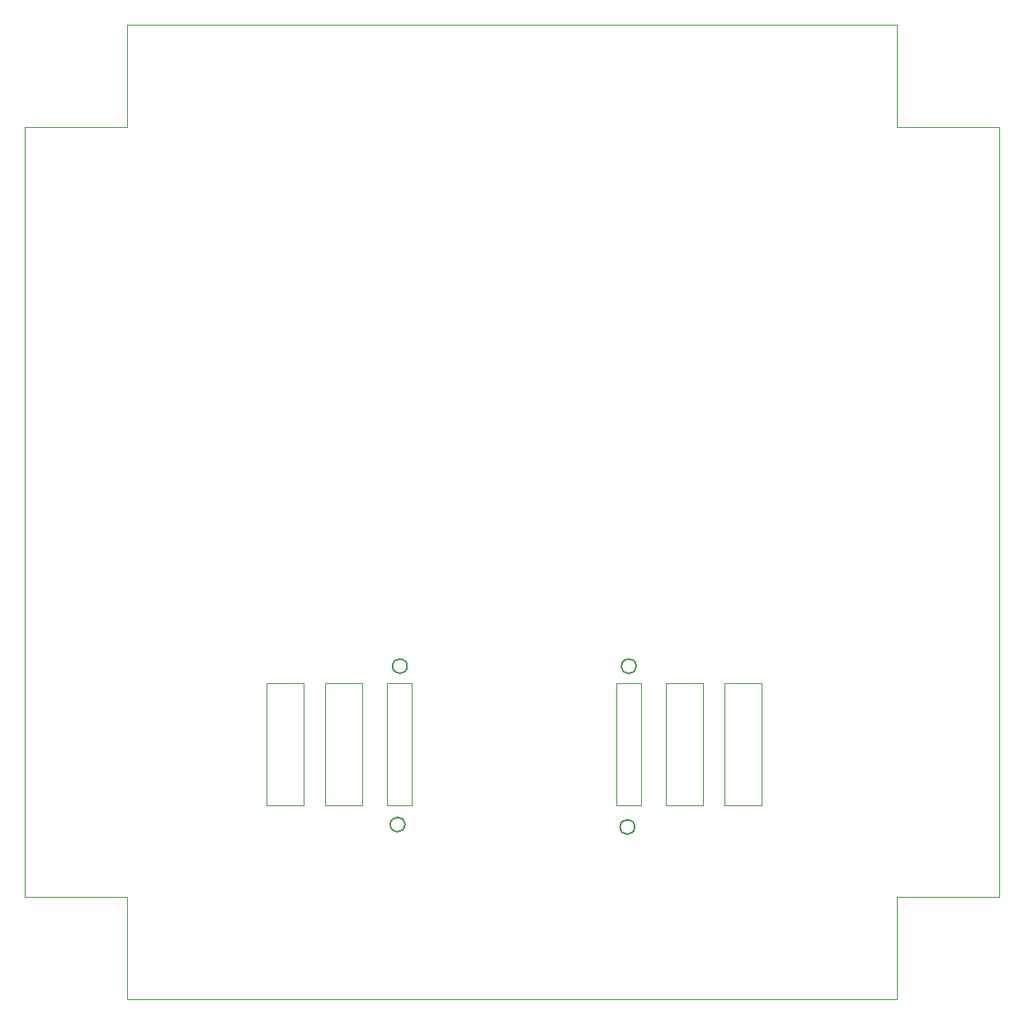
<source format=gbr>
%TF.GenerationSoftware,KiCad,Pcbnew,9.0.0*%
%TF.CreationDate,2025-04-17T17:25:07-07:00*%
%TF.ProjectId,antenna_top_cap_v2a,616e7465-6e6e-4615-9f74-6f705f636170,rev?*%
%TF.SameCoordinates,Original*%
%TF.FileFunction,Profile,NP*%
%FSLAX46Y46*%
G04 Gerber Fmt 4.6, Leading zero omitted, Abs format (unit mm)*
G04 Created by KiCad (PCBNEW 9.0.0) date 2025-04-17 17:25:07*
%MOMM*%
%LPD*%
G01*
G04 APERTURE LIST*
%TA.AperFunction,Profile*%
%ADD10C,0.100000*%
%TD*%
%TA.AperFunction,Profile*%
%ADD11C,0.050000*%
%TD*%
%TA.AperFunction,Profile*%
%ADD12C,0.150000*%
%TD*%
G04 APERTURE END LIST*
D10*
X126046200Y-62217200D02*
X140645800Y-62217200D01*
D11*
X126046200Y-162217200D02*
X126046200Y-151717200D01*
X205046200Y-62217200D02*
X205046200Y-72717200D01*
D10*
X205046200Y-162217200D02*
X126046200Y-162217200D01*
D11*
X126046200Y-72717200D02*
X126046200Y-62217200D01*
X215546200Y-151717200D02*
X205046200Y-151717200D01*
X205046200Y-72717200D02*
X215546200Y-72717200D01*
X126046200Y-151717200D02*
X115546200Y-151717200D01*
D10*
X205046200Y-62217200D02*
X151845800Y-62217200D01*
X215546200Y-72717200D02*
X215546200Y-151717200D01*
D11*
X205046200Y-151717200D02*
X205046200Y-162217200D01*
D10*
X115546200Y-72717200D02*
X115546200Y-151717200D01*
X140638300Y-62219400D02*
X151845800Y-62217200D01*
D11*
X115546200Y-72717200D02*
X126046200Y-72717200D01*
%TO.C,J6*%
X140305400Y-142297000D02*
X144129600Y-142297000D01*
X140319600Y-129797000D02*
X140305400Y-142297000D01*
X144129600Y-129801800D02*
X140319600Y-129797000D01*
X144129600Y-142297000D02*
X144129600Y-129801800D01*
X146379600Y-142299400D02*
X150203800Y-142299400D01*
X146393800Y-129799400D02*
X146379600Y-142299400D01*
X150203800Y-129804200D02*
X146393800Y-129799400D01*
X150203800Y-142299400D02*
X150203800Y-129804200D01*
X152743800Y-129799400D02*
X155283800Y-129799400D01*
X152743800Y-142299400D02*
X152743800Y-129799400D01*
X155283800Y-129799400D02*
X155283800Y-142299400D01*
X155283800Y-142299400D02*
X152743800Y-142299400D01*
X176205800Y-129799400D02*
X176205800Y-142299400D01*
X176205800Y-142299400D02*
X178745800Y-142299400D01*
X178745800Y-129799400D02*
X176205800Y-129799400D01*
X178745800Y-142299400D02*
X178745800Y-129799400D01*
X181285800Y-129799400D02*
X181285800Y-142299400D01*
X181285800Y-142299400D02*
X185095800Y-142299400D01*
X185095800Y-129799400D02*
X181285800Y-129799400D01*
X185095800Y-142299400D02*
X185095800Y-129799400D01*
X187311600Y-129799400D02*
X187311600Y-142299400D01*
X187311600Y-142299400D02*
X191121600Y-142299400D01*
X191121600Y-129799400D02*
X187311600Y-129799400D01*
X191121600Y-142299400D02*
X191121600Y-129799400D01*
D12*
X154535800Y-144299400D02*
G75*
G02*
X153035800Y-144299400I-750000J0D01*
G01*
X153035800Y-144299400D02*
G75*
G02*
X154535800Y-144299400I750000J0D01*
G01*
X154779600Y-128049400D02*
G75*
G02*
X153279600Y-128049400I-750000J0D01*
G01*
X153279600Y-128049400D02*
G75*
G02*
X154779600Y-128049400I750000J0D01*
G01*
X178111600Y-144549400D02*
G75*
G02*
X176611600Y-144549400I-750000J0D01*
G01*
X176611600Y-144549400D02*
G75*
G02*
X178111600Y-144549400I750000J0D01*
G01*
X178261600Y-128049400D02*
G75*
G02*
X176761600Y-128049400I-750000J0D01*
G01*
X176761600Y-128049400D02*
G75*
G02*
X178261600Y-128049400I750000J0D01*
G01*
%TD*%
M02*

</source>
